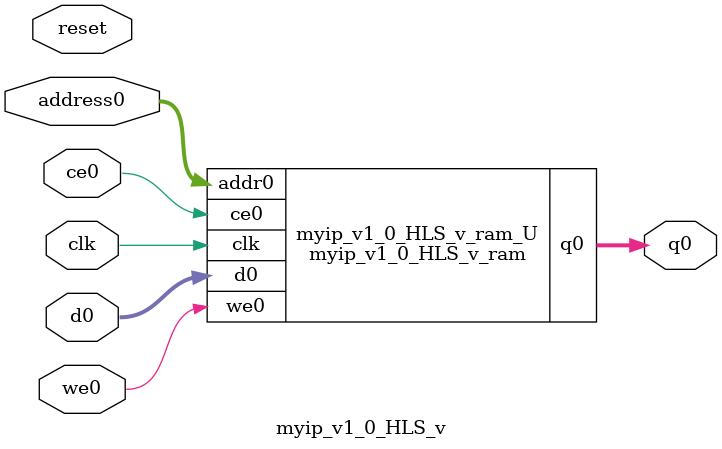
<source format=v>
`timescale 1 ns / 1 ps
module myip_v1_0_HLS_v_ram (addr0, ce0, d0, we0, q0,  clk);

parameter DWIDTH = 32;
parameter AWIDTH = 3;
parameter MEM_SIZE = 5;

input[AWIDTH-1:0] addr0;
input ce0;
input[DWIDTH-1:0] d0;
input we0;
output reg[DWIDTH-1:0] q0;
input clk;

(* ram_style = "distributed" *)reg [DWIDTH-1:0] ram[0:MEM_SIZE-1];




always @(posedge clk)  
begin 
    if (ce0) begin
        if (we0) 
            ram[addr0] <= d0; 
        q0 <= ram[addr0];
    end
end


endmodule

`timescale 1 ns / 1 ps
module myip_v1_0_HLS_v(
    reset,
    clk,
    address0,
    ce0,
    we0,
    d0,
    q0);

parameter DataWidth = 32'd32;
parameter AddressRange = 32'd5;
parameter AddressWidth = 32'd3;
input reset;
input clk;
input[AddressWidth - 1:0] address0;
input ce0;
input we0;
input[DataWidth - 1:0] d0;
output[DataWidth - 1:0] q0;



myip_v1_0_HLS_v_ram myip_v1_0_HLS_v_ram_U(
    .clk( clk ),
    .addr0( address0 ),
    .ce0( ce0 ),
    .we0( we0 ),
    .d0( d0 ),
    .q0( q0 ));

endmodule


</source>
